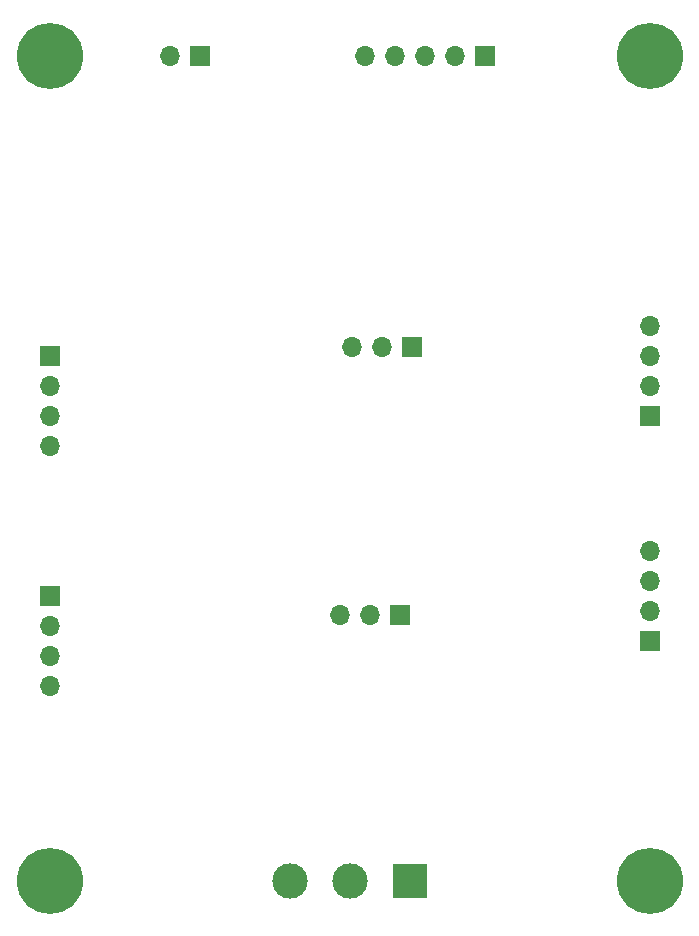
<source format=gbr>
%TF.GenerationSoftware,KiCad,Pcbnew,7.0.5*%
%TF.CreationDate,2023-09-16T15:31:54-07:00*%
%TF.ProjectId,ADS1219Module,41445331-3231-4394-9d6f-64756c652e6b,rev?*%
%TF.SameCoordinates,Original*%
%TF.FileFunction,Soldermask,Bot*%
%TF.FilePolarity,Negative*%
%FSLAX46Y46*%
G04 Gerber Fmt 4.6, Leading zero omitted, Abs format (unit mm)*
G04 Created by KiCad (PCBNEW 7.0.5) date 2023-09-16 15:31:54*
%MOMM*%
%LPD*%
G01*
G04 APERTURE LIST*
%ADD10R,1.700000X1.700000*%
%ADD11O,1.700000X1.700000*%
%ADD12C,5.600000*%
%ADD13R,3.000000X3.000000*%
%ADD14C,3.000000*%
G04 APERTURE END LIST*
D10*
%TO.C,J11*%
X152400000Y-76200000D03*
D11*
X152400000Y-78740000D03*
X152400000Y-81280000D03*
X152400000Y-83820000D03*
%TD*%
D12*
%TO.C,J3*%
X152400000Y-120650000D03*
%TD*%
%TO.C,J1*%
X152400000Y-50800000D03*
%TD*%
D10*
%TO.C,J14*%
X203200000Y-81280000D03*
D11*
X203200000Y-78740000D03*
X203200000Y-76200000D03*
X203200000Y-73660000D03*
%TD*%
D10*
%TO.C,J9*%
X183040000Y-75500000D03*
D11*
X180500000Y-75500000D03*
X177960000Y-75500000D03*
%TD*%
D10*
%TO.C,J7*%
X189230000Y-50800000D03*
D11*
X186690000Y-50800000D03*
X184150000Y-50800000D03*
X181610000Y-50800000D03*
X179070000Y-50800000D03*
%TD*%
D13*
%TO.C,J8*%
X182880000Y-120650000D03*
D14*
X177800000Y-120650000D03*
X172720000Y-120650000D03*
%TD*%
D10*
%TO.C,J10*%
X182080000Y-98125000D03*
D11*
X179540000Y-98125000D03*
X177000000Y-98125000D03*
%TD*%
D10*
%TO.C,J12*%
X152400000Y-96520000D03*
D11*
X152400000Y-99060000D03*
X152400000Y-101600000D03*
X152400000Y-104140000D03*
%TD*%
D10*
%TO.C,J6*%
X165100000Y-50800000D03*
D11*
X162560000Y-50800000D03*
%TD*%
D10*
%TO.C,J13*%
X203200000Y-100330000D03*
D11*
X203200000Y-97790000D03*
X203200000Y-95250000D03*
X203200000Y-92710000D03*
%TD*%
D12*
%TO.C,J4*%
X203200000Y-120650000D03*
%TD*%
%TO.C,J2*%
X203200000Y-50800000D03*
%TD*%
M02*

</source>
